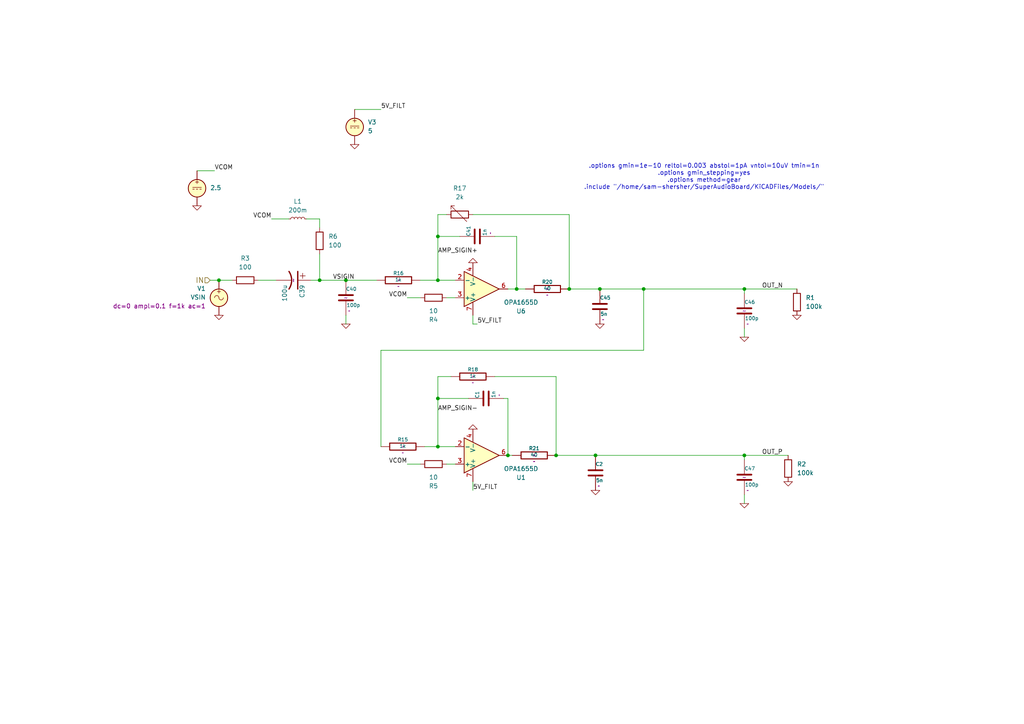
<source format=kicad_sch>
(kicad_sch (version 20250114) (generator "eeschema") (generator_version "9.0")
  (paper "A4")
  (lib_symbols
    (symbol "Amplifier_Operational:OPA1655D" (pin_names (offset 0.127))
      (property "Reference" "U" (at 0 6.35 0))
      (property "Value" "OPA1655D" (at 0 3.81 0))
      (symbol "OPA1655D_0_1"
        (polyline (pts (xy -5.08 5.08) (xy 5.08 0) (xy -5.08 -5.08) (xy -5.08 5.08)) (stroke (width 0.254)) (fill (type background)))
      )
      (symbol "OPA1655D_1_1"
        (pin input line (at -7.62 2.54 0) (length 2.54) (name "+") (number "3"))
        (pin input line (at -7.62 -2.54 0) (length 2.54) (name "-") (number "2"))
        (pin power_in line (at -2.54 7.62 270) (length 3.81) (name "V+") (number "7"))
        (pin no_connect line (at -2.54 2.54 270) (length 2.54) (hide yes) (name "NC") (number "1"))
        (pin power_in line (at -2.54 -7.62 90) (length 3.81) (name "V-") (number "4"))
        (pin no_connect line (at 0 2.54 270) (length 2.54) (hide yes) (name "NC") (number "5"))
        (pin no_connect line (at 0 -2.54 90) (length 2.54) (hide yes) (name "NC") (number "8"))
        (pin output line (at 7.62 0 180) (length 2.54) (name "~") (number "6"))
      )
    )
    (symbol "CP1_16" (pin_numbers (hide yes)) (pin_names (offset 0.254) (hide yes))
      (property "Reference" "C" (at 1.27 2.54 0))
      (property "Value" "CP1" (at 1.27 -2.54 0))
      (symbol "CP1_16_0_0"
        (text "+" (at -1.27 2.54 0) (effects (font (size 2.032 2.032))))
      )
      (symbol "CP1_16_0_1"
        (polyline (pts (xy -2.54 1.27) (xy 2.54 1.27) (xy 1.27 1.27) (xy 1.27 1.27)) (stroke (width 0.381)))
        (arc (start -2.54 -1.27) (mid 0 -0.5009) (end 2.54 -1.27) (stroke (width 0.381)))
      )
      (symbol "CP1_16_1_1"
        (pin passive line (at 0 5.08 270) (length 3.81) (name "~") (number "1"))
        (pin passive line (at 0 -5.08 90) (length 4.572) (name "~") (number "2"))
      )
    )
    (symbol "C_11" (pin_numbers (hide yes)) (pin_names (offset 0.254))
      (property "Reference" "C" (at 0 2.54 0))
      (property "Value" "C" (at 0.1524 -2.159 0))
      (symbol "C_11_0_1"
        (polyline (pts (xy -2.032 0.762) (xy 2.032 0.762)) (stroke (width 0.508)))
        (polyline (pts (xy -2.032 -0.762) (xy 2.032 -0.762)) (stroke (width 0.508)))
      )
      (symbol "C_11_1_1"
        (pin passive line (at 0 5.08 270) (length 4.318) (name "~") (number "1"))
        (pin passive line (at 0 -5.08 90) (length 4.318) (name "~") (number "2"))
      )
    )
    (symbol "C_12" (pin_numbers (hide yes)) (pin_names (offset 0.254))
      (property "Reference" "C" (at 0 2.54 0))
      (property "Value" "C" (at 0.1524 -2.159 0))
      (symbol "C_12_0_1"
        (polyline (pts (xy -2.032 0.762) (xy 2.032 0.762)) (stroke (width 0.508)))
        (polyline (pts (xy -2.032 -0.762) (xy 2.032 -0.762)) (stroke (width 0.508)))
      )
      (symbol "C_12_1_1"
        (pin passive line (at 0 5.08 270) (length 4.318) (name "~") (number "1"))
        (pin passive line (at 0 -5.08 90) (length 4.318) (name "~") (number "2"))
      )
    )
    (symbol "C_15" (pin_numbers (hide yes)) (pin_names (offset 0.254))
      (property "Reference" "C" (at 0 2.54 0))
      (property "Value" "C" (at 0.1524 -2.159 0))
      (symbol "C_15_0_1"
        (polyline (pts (xy -2.032 0.762) (xy 2.032 0.762)) (stroke (width 0.508)))
        (polyline (pts (xy -2.032 -0.762) (xy 2.032 -0.762)) (stroke (width 0.508)))
      )
      (symbol "C_15_1_1"
        (pin passive line (at 0 5.08 270) (length 4.318) (name "~") (number "1"))
        (pin passive line (at 0 -5.08 90) (length 4.318) (name "~") (number "2"))
      )
    )
    (symbol "C_18" (pin_numbers (hide yes)) (pin_names (offset 0.254))
      (property "Reference" "C" (at 0 2.54 0))
      (property "Value" "C" (at 0.1524 -2.159 0))
      (symbol "C_18_0_1"
        (polyline (pts (xy -2.032 0.762) (xy 2.032 0.762)) (stroke (width 0.508)))
        (polyline (pts (xy -2.032 -0.762) (xy 2.032 -0.762)) (stroke (width 0.508)))
      )
      (symbol "C_18_1_1"
        (pin passive line (at 0 5.08 270) (length 4.318) (name "~") (number "1"))
        (pin passive line (at 0 -5.08 90) (length 4.318) (name "~") (number "2"))
      )
    )
    (symbol "C_19" (pin_numbers (hide yes)) (pin_names (offset 0.254))
      (property "Reference" "C" (at 0 2.54 0))
      (property "Value" "C" (at 0.1524 -2.159 0))
      (symbol "C_19_0_1"
        (polyline (pts (xy -2.032 0.762) (xy 2.032 0.762)) (stroke (width 0.508)))
        (polyline (pts (xy -2.032 -0.762) (xy 2.032 -0.762)) (stroke (width 0.508)))
      )
      (symbol "C_19_1_1"
        (pin passive line (at 0 5.08 270) (length 4.318) (name "~") (number "1"))
        (pin passive line (at 0 -5.08 90) (length 4.318) (name "~") (number "2"))
      )
    )
    (symbol "Device:L_Small" (pin_numbers (hide yes)) (pin_names (offset 0.254) (hide yes))
      (property "Reference" "L" (at 0.762 1.016 0))
      (property "Value" "L_Small" (at 0.762 -1.016 0))
      (symbol "L_Small_0_1"
        (arc (start 0 2.032) (mid 0.5058 1.524) (end 0 1.016))
        (arc (start 0 1.016) (mid 0.5058 0.508) (end 0 0))
        (arc (start 0 0) (mid 0.5058 -0.508) (end 0 -1.016))
        (arc (start 0 -1.016) (mid 0.5058 -1.524) (end 0 -2.032))
      )
      (symbol "L_Small_1_1"
        (pin passive line (at 0 2.54 270) (length 0.508) (name "~") (number "1"))
        (pin passive line (at 0 -2.54 90) (length 0.508) (name "~") (number "2"))
      )
    )
    (symbol "Device:R" (pin_numbers (hide yes)) (pin_names (offset 0))
      (property "Reference" "R" (at 2.032 0 90))
      (property "Value" "R" (at 0 0 90))
      (symbol "R_0_1"
        (rectangle (start -1.016 -2.54) (end 1.016 2.54) (stroke (width 0.254)))
      )
      (symbol "R_1_1"
        (pin passive line (at 0 3.81 270) (length 1.27) (name "~") (number "1"))
        (pin passive line (at 0 -3.81 90) (length 1.27) (name "~") (number "2"))
      )
    )
    (symbol "Device:R_Variable" (pin_numbers (hide yes)) (pin_names (offset 0))
      (property "Reference" "R" (at 2.54 -2.54 90))
      (property "Value" "R_Variable" (at -2.54 -1.27 90))
      (symbol "R_Variable_0_1"
        (rectangle (start -1.016 -2.54) (end 1.016 2.54) (stroke (width 0.254)))
        (polyline (pts (xy 2.54 1.524) (xy 2.54 2.54) (xy 1.524 2.54) (xy 2.54 2.54) (xy -2.032 -2.032)))
      )
      (symbol "R_Variable_1_1"
        (pin passive line (at 0 3.81 270) (length 1.27) (name "~") (number "1"))
        (pin passive line (at 0 -3.81 90) (length 1.27) (name "~") (number "2"))
      )
    )
    (symbol "GND_10" (power) (pin_names (offset 0))
      (symbol "GND_10_0_1"
        (polyline (pts (xy -1.27 0) (xy 0 -1.27) (xy 1.27 0) (xy -1.27 0)))
      )
      (symbol "GND_10_1_1"
        (pin power_in line (at 0 0 90) (length 0) (hide yes) (name "GND") (number "1"))
      )
    )
    (symbol "GND_13" (power) (pin_names (offset 0))
      (symbol "GND_13_0_1"
        (polyline (pts (xy -1.27 0) (xy 0 -1.27) (xy 1.27 0) (xy -1.27 0)))
      )
      (symbol "GND_13_1_1"
        (pin power_in line (at 0 0 90) (length 0) (hide yes) (name "GND") (number "1"))
      )
    )
    (symbol "GND_14" (power) (pin_names (offset 0))
      (symbol "GND_14_0_1"
        (polyline (pts (xy -1.27 0) (xy 0 -1.27) (xy 1.27 0) (xy -1.27 0)))
      )
      (symbol "GND_14_1_1"
        (pin power_in line (at 0 0 90) (length 0) (hide yes) (name "GND") (number "1"))
      )
    )
    (symbol "GND_9" (power) (pin_names (offset 0))
      (symbol "GND_9_0_1"
        (polyline (pts (xy -1.27 0) (xy 0 -1.27) (xy 1.27 0) (xy -1.27 0)))
      )
      (symbol "GND_9_1_1"
        (pin power_in line (at 0 0 90) (length 0) (hide yes) (name "GND") (number "1"))
      )
    )
    (symbol "R_11" (pin_numbers (hide yes)) (pin_names (offset 0))
      (property "Reference" "R" (at 2.032 0 90))
      (property "Value" "R" (at 0.1778 0.0254 90))
      (symbol "R_11_0_1"
        (rectangle (start -1.016 3.81) (end 1.016 -3.81) (stroke (width 0.3048)))
      )
      (symbol "R_11_1_1"
        (pin passive line (at 0 6.35 270) (length 2.54) (name "~") (number "1"))
        (pin passive line (at 0 -6.35 90) (length 2.54) (name "~") (number "2"))
      )
    )
    (symbol "R_9" (pin_numbers (hide yes)) (pin_names (offset 0))
      (property "Reference" "R" (at 2.032 0 90))
      (property "Value" "R" (at 0.1778 0.0254 90))
      (symbol "R_9_0_1"
        (rectangle (start -1.016 3.81) (end 1.016 -3.81) (stroke (width 0.3048)))
      )
      (symbol "R_9_1_1"
        (pin passive line (at 0 6.35 270) (length 2.54) (name "~") (number "1"))
        (pin passive line (at 0 -6.35 90) (length 2.54) (name "~") (number "2"))
      )
    )
    (symbol "Simulation_SPICE:VDC" (pin_numbers (hide yes)) (pin_names (offset 0.0254))
      (property "Reference" "V" (at 2.54 2.54 0))
      (property "Value" "1" (at 2.54 0 0))
      (symbol "VDC_0_0"
        (polyline (pts (xy -1.27 0.254) (xy 1.27 0.254)))
        (polyline (pts (xy -0.762 -0.254) (xy -1.27 -0.254)))
        (polyline (pts (xy 0.254 -0.254) (xy -0.254 -0.254)))
        (polyline (pts (xy 1.27 -0.254) (xy 0.762 -0.254)))
        (text "+" (at 0 1.905 0) (effects (font (size 1.27 1.27))))
      )
      (symbol "VDC_0_1"
        (circle (center 0 0) (radius 2.54) (stroke (width 0.254)) (fill (type background)))
      )
      (symbol "VDC_1_1"
        (pin passive line (at 0 5.08 270) (length 2.54) (name "~") (number "1"))
        (pin passive line (at 0 -5.08 90) (length 2.54) (name "~") (number "2"))
      )
    )
    (symbol "Simulation_SPICE:VSIN" (pin_numbers (hide yes)) (pin_names (offset 0.0254))
      (property "Reference" "V" (at 2.54 2.54 0))
      (property "Value" "VSIN" (at 2.54 0 0))
      (property "Sim.Params" "dc=0 ampl=1 f=1k ac=1" (at 2.54 -2.54 0))
      (symbol "VSIN_0_0"
        (arc (start -1.27 0) (mid -0.635 0.6323) (end 0 0))
        (arc (start 1.27 0) (mid 0.635 -0.6323) (end 0 0))
        (text "+" (at 0 1.905 0) (effects (font (size 1.27 1.27))))
      )
      (symbol "VSIN_0_1"
        (circle (center 0 0) (radius 2.54) (stroke (width 0.254)) (fill (type background)))
      )
      (symbol "VSIN_1_1"
        (pin passive line (at 0 5.08 270) (length 2.54) (name "~") (number "1"))
        (pin passive line (at 0 -5.08 90) (length 2.54) (name "~") (number "2"))
      )
    )
  )
  (text ".options gmin=1e-10 reltol=0.003 abstol=1pA vntol=10uV tmin=1n\n.options gmin_stepping=yes\n.options method=gear\n.include \"/home/sam-shersher/SuperAudioBoard/KiCADFiles/Models/\"" (at 204.216 51.308 0) (effects (font (size 1.27 1.27))))
  (junction (at 165.1 83.82))
  (junction (at 127 68.58))
  (junction (at 149.86 83.82))
  (junction (at 127 115.57))
  (junction (at 215.9 83.82))
  (junction (at 127 81.28))
  (junction (at 63.5 81.28))
  (junction (at 92.71 81.28))
  (junction (at 172.72 132.08))
  (junction (at 161.29 132.08))
  (junction (at 215.9 132.08))
  (junction (at 147.32 132.08))
  (junction (at 100.33 81.28))
  (junction (at 173.99 83.82))
  (junction (at 186.69 83.82))
  (junction (at 127 129.54))
  (wire (pts (xy 137.16 62.23) (xy 165.1 62.23)))
  (wire (pts (xy 127 81.28) (xy 132.08 81.28)))
  (wire (pts (xy 146.05 115.57) (xy 147.32 115.57)))
  (wire (pts (xy 161.29 132.08) (xy 172.72 132.08)))
  (wire (pts (xy 127 115.57) (xy 127 129.54)))
  (wire (pts (xy 100.33 81.28) (xy 109.22 81.28)))
  (wire (pts (xy 127 129.54) (xy 132.08 129.54)))
  (wire (pts (xy 127 109.22) (xy 127 115.57)))
  (wire (pts (xy 123.19 129.54) (xy 127 129.54)))
  (wire (pts (xy 88.9 63.5) (xy 92.71 63.5)))
  (wire (pts (xy 90.17 81.28) (xy 92.71 81.28)))
  (wire (pts (xy 133.35 68.58) (xy 127 68.58)))
  (wire (pts (xy 147.32 115.57) (xy 147.32 132.08)))
  (wire (pts (xy 129.54 86.36) (xy 132.08 86.36)))
  (wire (pts (xy 215.9 132.08) (xy 228.6 132.08)))
  (wire (pts (xy 78.74 63.5) (xy 83.82 63.5)))
  (wire (pts (xy 118.11 134.62) (xy 121.92 134.62)))
  (wire (pts (xy 137.16 93.98) (xy 138.43 93.98)))
  (wire (pts (xy 152.4 83.82) (xy 149.86 83.82)))
  (wire (pts (xy 102.87 31.75) (xy 110.49 31.75)))
  (wire (pts (xy 186.69 101.6) (xy 186.69 83.82)))
  (wire (pts (xy 215.9 83.82) (xy 231.14 83.82)))
  (wire (pts (xy 215.9 133.35) (xy 215.9 132.08)))
  (wire (pts (xy 63.5 81.28) (xy 67.31 81.28)))
  (wire (pts (xy 118.11 86.36) (xy 121.92 86.36)))
  (wire (pts (xy 143.51 68.58) (xy 149.86 68.58)))
  (wire (pts (xy 127 109.22) (xy 130.81 109.22)))
  (wire (pts (xy 110.49 101.6) (xy 186.69 101.6)))
  (wire (pts (xy 165.1 83.82) (xy 173.99 83.82)))
  (wire (pts (xy 215.9 143.51) (xy 215.9 146.05)))
  (wire (pts (xy 172.72 132.08) (xy 215.9 132.08)))
  (wire (pts (xy 92.71 81.28) (xy 100.33 81.28)))
  (wire (pts (xy 127 62.23) (xy 129.54 62.23)))
  (wire (pts (xy 215.9 83.82) (xy 215.9 85.09)))
  (wire (pts (xy 215.9 95.25) (xy 215.9 97.79)))
  (wire (pts (xy 100.33 91.44) (xy 100.33 93.98)))
  (wire (pts (xy 127 68.58) (xy 127 81.28)))
  (wire (pts (xy 121.92 81.28) (xy 127 81.28)))
  (wire (pts (xy 110.49 129.54) (xy 110.49 101.6)))
  (wire (pts (xy 129.54 134.62) (xy 132.08 134.62)))
  (wire (pts (xy 149.86 83.82) (xy 147.32 83.82)))
  (wire (pts (xy 161.29 109.22) (xy 161.29 132.08)))
  (wire (pts (xy 92.71 73.66) (xy 92.71 81.28)))
  (wire (pts (xy 137.16 93.98) (xy 137.16 91.44)))
  (wire (pts (xy 186.69 83.82) (xy 215.9 83.82)))
  (wire (pts (xy 143.51 109.22) (xy 161.29 109.22)))
  (wire (pts (xy 173.99 83.82) (xy 186.69 83.82)))
  (wire (pts (xy 57.15 49.53) (xy 62.23 49.53)))
  (wire (pts (xy 92.71 63.5) (xy 92.71 66.04)))
  (wire (pts (xy 74.93 81.28) (xy 80.01 81.28)))
  (wire (pts (xy 165.1 62.23) (xy 165.1 83.82)))
  (wire (pts (xy 127 68.58) (xy 127 62.23)))
  (wire (pts (xy 127 115.57) (xy 135.89 115.57)))
  (wire (pts (xy 60.96 81.28) (xy 63.5 81.28)))
  (wire (pts (xy 149.86 68.58) (xy 149.86 83.82)))
  (wire (pts (xy 147.32 132.08) (xy 148.59 132.08)))
  (wire (pts (xy 137.16 142.24) (xy 137.16 139.7)))
  (label "AMP_SIGIN-" (at 127 119.38 0))
  (label "AMP_SIGIN+" (at 127 73.66 0))
  (label "VSIGIN" (at 96.52 81.28 0))
  (label "5V_FILT" (at 137.16 142.24 0))
  (label "VCOM" (at 118.11 86.36 180))
  (label "OUT_P" (at 220.98 132.08 0))
  (label "VCOM" (at 62.23 49.53 0))
  (label "5V_FILT" (at 138.43 93.98 0))
  (label "5V_FILT" (at 110.49 31.75 0))
  (label "VCOM" (at 78.74 63.5 180))
  (label "VCOM" (at 118.11 134.62 180))
  (label "OUT_N" (at 220.98 83.82 0))
  (hierarchical_label "IN" (shape input) (at 60.96 81.28 180) (effects (font (size 1.524 1.524))))
  (symbol (lib_id "Device:R") (at 125.73 134.62 90) (mirror x) (unit 1)
    (property "Reference" "R5" (at 125.73 140.97 90))
    (property "Value" "10" (at 125.73 138.43 90))
    (property "Description" "Resistor" (effects (hide yes)))
  )
  (symbol (lib_id "Device:R") (at 228.6 135.89 0) (unit 1)
    (property "Reference" "R2" (at 231.14 134.6199 0) (effects (justify left)))
    (property "Value" "100k" (at 231.14 137.1599 0) (effects (justify left)))
    (property "Description" "Resistor" (effects (hide yes)))
  )
  (symbol (lib_name "C_11") (lib_id "SuperAudioBoard-rescue:C") (at 172.72 137.16 0) (unit 1)
    (property "Reference" "C2" (at 172.72 134.62 0) (effects (font (size 1.016 1.016)) (justify left)))
    (property "Value" "5n" (at 172.8724 139.319 0) (effects (font (size 1.016 1.016)) (justify left)))
    (property "Footprint" "~" (at 173.6852 140.97 0) (effects (font (size 0.762 0.762))))
    (property "MFG 1 Name" "Murata" (effects (hide yes)))
    (property "MFG1 PN" "GRM2165C1H272JA01D" (effects (hide yes)))
    (property "MFG 2 Name" "TDK" (effects (hide yes)))
    (property "MFG 2 PN" "C2012NP01H272J060AA" (effects (hide yes)))
  )
  (symbol (lib_name "R_11") (lib_id "SuperAudioBoard-rescue:R") (at 158.75 83.82 90) (unit 1)
    (property "Reference" "R20" (at 158.75 81.788 90) (effects (font (size 1.016 1.016))))
    (property "Value" "40" (at 158.7246 83.6422 90) (effects (font (size 1.016 1.016))))
    (property "Footprint" "~" (at 158.75 85.598 90) (effects (font (size 0.762 0.762))))
    (property "Datasheet" "~" (at 158.75 83.82 0) (effects (font (size 0.762 0.762))))
    (property "MFG 1 Name" "Susumu" (effects (hide yes)))
    (property "MFG1 PN" "RR1220Q-40R2-D-M" (effects (hide yes)))
    (property "MFG 2 Name" "TE Connectivity" (effects (hide yes)))
    (property "MFG 2 PN" "8-1625868-5" (effects (hide yes)))
  )
  (symbol (lib_name "C_18") (lib_id "SuperAudioBoard-rescue:C") (at 138.43 68.58 90) (unit 1)
    (property "Reference" "C41" (at 135.89 68.58 0) (effects (font (size 1.016 1.016)) (justify left)))
    (property "Value" "1n" (at 140.589 68.4276 0) (effects (font (size 1.016 1.016)) (justify left)))
    (property "Footprint" "~" (at 142.24 67.6148 0) (effects (font (size 0.762 0.762))))
    (property "MFG 1 Name" "Murata" (effects (hide yes)))
    (property "MFG1 PN" "GRM2165C1H102FA01D" (effects (hide yes)))
    (property "MFG 2 Name" "Kemet" (effects (hide yes)))
    (property "MFG 2 PN" "C0805C102F5GACTU" (effects (hide yes)))
    (property "MFG 3 Name" "AVX" (effects (hide yes)))
    (property "MFG 3 PN" "08055A102FAT2A" (effects (hide yes)))
  )
  (symbol (lib_name "C_12") (lib_id "SuperAudioBoard-rescue:C") (at 215.9 90.17 0) (unit 1)
    (property "Reference" "C46" (at 215.9 87.63 0) (effects (font (size 1.016 1.016)) (justify left)))
    (property "Value" "100p" (at 216.0524 92.329 0) (effects (font (size 1.016 1.016)) (justify left)))
    (property "Footprint" "~" (at 216.8652 93.98 0) (effects (font (size 0.762 0.762))))
    (property "Datasheet" "~" (at 215.9 90.17 0) (effects (font (size 1.524 1.524))))
    (property "MFG 1 Name" "Murata" (effects (hide yes)))
    (property "MFG1 PN" "GRM1885C1H101JA01D" (effects (hide yes)))
    (property "MFG 2 Name" "TDK" (effects (hide yes)))
    (property "MFG 2 PN" "C1608C0G1H101J080AA" (effects (hide yes)))
    (property "MFG 3 Name" "Kemet" (effects (hide yes)))
    (property "MFG 3 PN" "C0603C101J5GACTU" (effects (hide yes)))
  )
  (symbol (lib_name "GND_14") (lib_id "SuperAudioBoard-rescue:GND") (at 137.16 76.2 180) (unit 1)
    (property "Reference" "#PWR04" (effects (hide yes)))
    (property "Value" "GND" (effects (hide yes)))
  )
  (symbol (lib_id "Amplifier_Operational:OPA1655D") (at 139.7 83.82 0) (mirror x) (unit 1)
    (property "Reference" "U6" (at 151.13 90.2402 0))
    (property "Value" "OPA1655D" (at 151.13 87.7002 0))
    (property "Footprint" "Package_SO:SOIC-8_3.9x4.9mm_P1.27mm" (effects (hide yes)))
    (property "Datasheet" "https://www.ti.com/lit/ds/symlink/opa1655.pdf" (effects (hide yes)))
    (property "Description" "Single Ultra-Low-Noise, Low-Distortion, FET-Input, Burr-Brown Audio Operational Amplifiers, SOIC-8" (effects (hide yes)))
    (property "Sim.Library" "/home/sam-shersher/SuperAudioBoard/KiCADFiles/Board/Models/OPA1655.LIB" (effects (hide yes)))
    (property "Sim.Name" "OPA1655" (effects (hide yes)))
    (property "Sim.Device" "SUBCKT" (effects (hide yes)))
    (property "Sim.Pins" "2=IN- 3=IN+ 7=VCC 6=OUT 4=VEE" (effects (hide yes)))
  )
  (symbol (lib_name "R_11") (lib_id "SuperAudioBoard-rescue:R") (at 154.94 132.08 90) (unit 1)
    (property "Reference" "R21" (at 154.94 130.048 90) (effects (font (size 1.016 1.016))))
    (property "Value" "40" (at 154.9146 131.9022 90) (effects (font (size 1.016 1.016))))
    (property "Footprint" "~" (at 154.94 133.858 90) (effects (font (size 0.762 0.762))))
    (property "Datasheet" "~" (at 154.94 132.08 0) (effects (font (size 0.762 0.762))))
    (property "MFG 1 Name" "Susumu" (effects (hide yes)))
    (property "MFG1 PN" "RR1220Q-40R2-D-M" (effects (hide yes)))
    (property "MFG 2 Name" "TE Connectivity" (effects (hide yes)))
    (property "MFG 2 PN" "8-1625868-5" (effects (hide yes)))
  )
  (symbol (lib_id "Device:R") (at 231.14 87.63 0) (unit 1)
    (property "Reference" "R1" (at 233.68 86.3599 0) (effects (justify left)))
    (property "Value" "100k" (at 233.68 88.8999 0) (effects (justify left)))
    (property "Description" "Resistor" (effects (hide yes)))
  )
  (symbol (lib_id "Amplifier_Operational:OPA1655D") (at 139.7 132.08 0) (mirror x) (unit 1)
    (property "Reference" "U1" (at 151.13 138.5002 0))
    (property "Value" "OPA1655D" (at 151.13 135.9602 0))
    (property "Footprint" "Package_SO:SOIC-8_3.9x4.9mm_P1.27mm" (effects (hide yes)))
    (property "Datasheet" "https://www.ti.com/lit/ds/symlink/opa1655.pdf" (effects (hide yes)))
    (property "Description" "Single Ultra-Low-Noise, Low-Distortion, FET-Input, Burr-Brown Audio Operational Amplifiers, SOIC-8" (effects (hide yes)))
    (property "Sim.Library" "/home/sam-shersher/SuperAudioBoard/KiCADFiles/Board/Models/OPA1655.LIB" (effects (hide yes)))
    (property "Sim.Name" "OPA1655" (effects (hide yes)))
    (property "Sim.Device" "SUBCKT" (effects (hide yes)))
    (property "Sim.Pins" "2=IN- 3=IN+ 7=VCC 6=OUT 4=VEE" (effects (hide yes)))
  )
  (symbol (lib_id "Device:R") (at 125.73 86.36 90) (mirror x) (unit 1)
    (property "Reference" "R4" (at 125.73 92.71 90))
    (property "Value" "10" (at 125.73 90.17 90))
    (property "Description" "Resistor" (effects (hide yes)))
  )
  (symbol (lib_id "Simulation_SPICE:VDC") (at 102.87 36.83 0) (unit 1)
    (property "Reference" "V3" (at 106.68 35.4301 0) (effects (justify left)))
    (property "Value" "5" (at 106.68 37.9701 0) (effects (justify left)))
    (property "Datasheet" "https://ngspice.sourceforge.io/docs/ngspice-html-manual/manual.xhtml#sec_Independent_Sources_for" (effects (hide yes)))
    (property "Description" "Voltage source, DC" (effects (hide yes)))
    (property "Sim.Pins" "1=+ 2=-" (effects (hide yes)))
    (property "Sim.Type" "DC" (effects (hide yes)))
    (property "Sim.Device" "V" (effects (hide yes)))
  )
  (symbol (lib_name "GND_14") (lib_id "SuperAudioBoard-rescue:GND") (at 102.87 41.91 0) (unit 1)
    (property "Reference" "#PWR042" (effects (hide yes)))
    (property "Value" "GND" (effects (hide yes)))
  )
  (symbol (lib_name "C_11") (lib_id "SuperAudioBoard-rescue:C") (at 173.99 88.9 0) (unit 1)
    (property "Reference" "C45" (at 173.99 86.36 0) (effects (font (size 1.016 1.016)) (justify left)))
    (property "Value" "5n" (at 174.1424 91.059 0) (effects (font (size 1.016 1.016)) (justify left)))
    (property "Footprint" "~" (at 174.9552 92.71 0) (effects (font (size 0.762 0.762))))
    (property "MFG 1 Name" "Murata" (effects (hide yes)))
    (property "MFG1 PN" "GRM2165C1H272JA01D" (effects (hide yes)))
    (property "MFG 2 Name" "TDK" (effects (hide yes)))
    (property "MFG 2 PN" "C2012NP01H272J060AA" (effects (hide yes)))
  )
  (symbol (lib_name "GND_9") (lib_id "SuperAudioBoard-rescue:GND") (at 215.9 146.05 0) (unit 1)
    (property "Reference" "#PWR050" (effects (hide yes)))
    (property "Value" "GND" (effects (hide yes)))
  )
  (symbol (lib_name "GND_10") (lib_id "SuperAudioBoard-rescue:GND") (at 228.6 139.7 0) (unit 1)
    (property "Reference" "#PWR02" (effects (hide yes)))
    (property "Value" "GND" (effects (hide yes)))
  )
  (symbol (lib_name "GND_13") (lib_id "SuperAudioBoard-rescue:GND") (at 63.5 91.44 0) (unit 1)
    (property "Reference" "#PWR039" (effects (hide yes)))
    (property "Value" "GND" (effects (hide yes)))
  )
  (symbol (lib_name "GND_13") (lib_id "SuperAudioBoard-rescue:GND") (at 100.33 93.98 0) (unit 1)
    (property "Reference" "#PWR043" (effects (hide yes)))
    (property "Value" "GND" (effects (hide yes)))
  )
  (symbol (lib_name "C_15") (lib_id "SuperAudioBoard-rescue:C") (at 100.33 86.36 0) (unit 1)
    (property "Reference" "C40" (at 100.33 83.82 0) (effects (font (size 1.016 1.016)) (justify left)))
    (property "Value" "100p" (at 100.4824 88.519 0) (effects (font (size 1.016 1.016)) (justify left)))
    (property "Footprint" "~" (at 101.2952 90.17 0) (effects (font (size 0.762 0.762))))
    (property "Datasheet" "~" (at 100.33 86.36 0) (effects (font (size 1.524 1.524))))
    (property "MFG 1 Name" "Murata" (effects (hide yes)))
    (property "MFG1 PN" "GRM1885C1H101JA01D" (effects (hide yes)))
    (property "MFG 2 Name" "TDK" (effects (hide yes)))
    (property "MFG 2 PN" "C1608C0G1H101J080AA" (effects (hide yes)))
    (property "MFG 3 Name" "Kemet" (effects (hide yes)))
    (property "MFG 3 PN" "C0603C101J5GACTU" (effects (hide yes)))
  )
  (symbol (lib_name "R_9") (lib_id "SuperAudioBoard-rescue:R") (at 137.16 109.22 90) (unit 1)
    (property "Reference" "R18" (at 137.16 107.188 90) (effects (font (size 1.016 1.016))))
    (property "Value" "1k" (at 137.1346 109.0422 90) (effects (font (size 1.016 1.016))))
    (property "Footprint" "~" (at 137.16 110.998 90) (effects (font (size 0.762 0.762))))
    (property "Datasheet" "~" (at 137.16 109.22 0) (effects (font (size 0.762 0.762))))
    (property "MFG 1 Name" "Susumu" (effects (hide yes)))
    (property "MFG1 PN" "RG2012P-102-B-T5" (effects (hide yes)))
    (property "MFG 2 Name" "Vishay Dale" (effects (hide yes)))
    (property "MFG 2 PN" "TNPW08051K00BEEA" (effects (hide yes)))
  )
  (symbol (lib_id "Device:R_Variable") (at 133.35 62.23 90) (unit 1)
    (property "Reference" "R17" (at 133.35 54.61 90))
    (property "Value" "2k" (at 133.35 57.15 90))
    (property "Description" "Variable resistor" (effects (hide yes)))
  )
  (symbol (lib_name "GND_14") (lib_id "SuperAudioBoard-rescue:GND") (at 137.16 124.46 180) (unit 1)
    (property "Reference" "#PWR05" (effects (hide yes)))
    (property "Value" "GND" (effects (hide yes)))
  )
  (symbol (lib_id "Simulation_SPICE:VDC") (at 57.15 54.61 0) (unit 1)
    (property "Reference" "V2" (effects (hide yes)))
    (property "Value" "2.5" (at 60.96 54.4801 0) (effects (justify left)))
    (property "Datasheet" "https://ngspice.sourceforge.io/docs/ngspice-html-manual/manual.xhtml#sec_Independent_Sources_for" (effects (hide yes)))
    (property "Description" "Voltage source, DC" (effects (hide yes)))
    (property "Sim.Pins" "1=+ 2=-" (effects (hide yes)))
    (property "Sim.Type" "DC" (effects (hide yes)))
    (property "Sim.Device" "V" (effects (hide yes)))
  )
  (symbol (lib_id "Device:L_Small") (at 86.36 63.5 90) (unit 1)
    (property "Reference" "L1" (at 86.36 58.42 90))
    (property "Value" "200m" (at 86.36 60.96 90))
    (property "Description" "Inductor, small symbol" (effects (hide yes)))
  )
  (symbol (lib_name "GND_10") (lib_id "SuperAudioBoard-rescue:GND") (at 231.14 91.44 0) (unit 1)
    (property "Reference" "#PWR01" (effects (hide yes)))
    (property "Value" "GND" (effects (hide yes)))
  )
  (symbol (lib_name "GND_10") (lib_id "SuperAudioBoard-rescue:GND") (at 215.9 97.79 0) (unit 1)
    (property "Reference" "#PWR049" (effects (hide yes)))
    (property "Value" "GND" (effects (hide yes)))
  )
  (symbol (lib_name "GND_14") (lib_id "SuperAudioBoard-rescue:GND") (at 57.15 59.69 0) (unit 1)
    (property "Reference" "#PWR03" (effects (hide yes)))
    (property "Value" "GND" (effects (hide yes)))
  )
  (symbol (lib_name "GND_10") (lib_id "SuperAudioBoard-rescue:GND") (at 173.99 93.98 0) (unit 1)
    (property "Reference" "#PWR08" (effects (hide yes)))
    (property "Value" "GND" (effects (hide yes)))
  )
  (symbol (lib_id "Simulation_SPICE:VSIN") (at 63.5 86.36 0) (unit 1)
    (property "Reference" "V1" (at 59.69 83.6901 0) (effects (justify right)))
    (property "Value" "VSIN" (at 59.69 86.2301 0) (effects (justify right)))
    (property "Datasheet" "https://ngspice.sourceforge.io/docs/ngspice-html-manual/manual.xhtml#sec_Independent_Sources_for" (effects (hide yes)))
    (property "Description" "Voltage source, sinusoidal" (effects (hide yes)))
    (property "Sim.Pins" "1=+ 2=-" (effects (hide yes)))
    (property "Sim.Params" "dc=0 ampl=0.1 f=1k ac=1" (at 59.69 88.7701 0) (effects (justify right)))
    (property "Sim.Type" "SIN" (effects (hide yes)))
    (property "Sim.Device" "V" (effects (hide yes)))
  )
  (symbol (lib_name "R_9") (lib_id "SuperAudioBoard-rescue:R") (at 116.84 129.54 90) (unit 1)
    (property "Reference" "R15" (at 116.84 127.508 90) (effects (font (size 1.016 1.016))))
    (property "Value" "1k" (at 116.8146 129.3622 90) (effects (font (size 1.016 1.016))))
    (property "Footprint" "~" (at 116.84 131.318 90) (effects (font (size 0.762 0.762))))
    (property "Datasheet" "~" (at 116.84 129.54 0) (effects (font (size 0.762 0.762))))
    (property "MFG 1 Name" "Susumu" (effects (hide yes)))
    (property "MFG1 PN" "RG2012P-102-B-T5" (effects (hide yes)))
    (property "MFG 2 Name" "Vishay Dale" (effects (hide yes)))
    (property "MFG 2 PN" "TNPW08051K00BEEA" (effects (hide yes)))
  )
  (symbol (lib_name "C_18") (lib_id "SuperAudioBoard-rescue:C") (at 140.97 115.57 90) (unit 1)
    (property "Reference" "C1" (at 138.43 115.57 0) (effects (font (size 1.016 1.016)) (justify left)))
    (property "Value" "1n" (at 143.129 115.4176 0) (effects (font (size 1.016 1.016)) (justify left)))
    (property "Footprint" "~" (at 144.78 114.6048 0) (effects (font (size 0.762 0.762))))
    (property "MFG 1 Name" "Murata" (effects (hide yes)))
    (property "MFG1 PN" "GRM2165C1H102FA01D" (effects (hide yes)))
    (property "MFG 2 Name" "Kemet" (effects (hide yes)))
    (property "MFG 2 PN" "C0805C102F5GACTU" (effects (hide yes)))
    (property "MFG 3 Name" "AVX" (effects (hide yes)))
    (property "MFG 3 PN" "08055A102FAT2A" (effects (hide yes)))
  )
  (symbol (lib_name "GND_10") (lib_id "SuperAudioBoard-rescue:GND") (at 172.72 142.24 0) (unit 1)
    (property "Reference" "#PWR09" (effects (hide yes)))
    (property "Value" "GND" (effects (hide yes)))
  )
  (symbol (lib_id "Device:R") (at 92.71 69.85 0) (unit 1)
    (property "Reference" "R6" (at 95.25 68.5799 0) (effects (justify left)))
    (property "Value" "100" (at 95.25 71.1199 0) (effects (justify left)))
    (property "Description" "Resistor" (effects (hide yes)))
  )
  (symbol (lib_name "C_19") (lib_id "SuperAudioBoard-rescue:C") (at 215.9 138.43 0) (unit 1)
    (property "Reference" "C47" (at 215.9 135.89 0) (effects (font (size 1.016 1.016)) (justify left)))
    (property "Value" "100p" (at 216.0524 140.589 0) (effects (font (size 1.016 1.016)) (justify left)))
    (property "Footprint" "~" (at 216.8652 142.24 0) (effects (font (size 0.762 0.762))))
    (property "Datasheet" "~" (at 215.9 138.43 0) (effects (font (size 1.524 1.524))))
    (property "MFG 1 Name" "Murata" (effects (hide yes)))
    (property "MFG1 PN" "GRM1885C1H101JA01D" (effects (hide yes)))
    (property "MFG 2 Name" "TDK" (effects (hide yes)))
    (property "MFG 2 PN" "C1608C0G1H101J080AA" (effects (hide yes)))
    (property "MFG 3 Name" "Kemet" (effects (hide yes)))
    (property "MFG 3 PN" "C0603C101J5GACTU" (effects (hide yes)))
  )
  (symbol (lib_name "R_9") (lib_id "SuperAudioBoard-rescue:R") (at 115.57 81.28 90) (unit 1)
    (property "Reference" "R16" (at 115.57 79.248 90) (effects (font (size 1.016 1.016))))
    (property "Value" "1k" (at 115.5446 81.1022 90) (effects (font (size 1.016 1.016))))
    (property "Footprint" "~" (at 115.57 83.058 90) (effects (font (size 0.762 0.762))))
    (property "Datasheet" "~" (at 115.57 81.28 0) (effects (font (size 0.762 0.762))))
    (property "MFG 1 Name" "Susumu" (effects (hide yes)))
    (property "MFG1 PN" "RG2012P-102-B-T5" (effects (hide yes)))
    (property "MFG 2 Name" "Vishay Dale" (effects (hide yes)))
    (property "MFG 2 PN" "TNPW08051K00BEEA" (effects (hide yes)))
  )
  (symbol (lib_name "CP1_16") (lib_id "SuperAudioBoard-rescue:CP1") (at 85.09 81.28 270) (unit 1)
    (property "Reference" "C39" (at 87.63 82.55 0) (effects (justify left)))
    (property "Value" "100u" (at 82.55 82.55 0) (effects (justify left)))
    (property "Footprint" "~" (at 85.09 81.28 0) (effects (font (size 1.524 1.524))))
    (property "Datasheet" "~" (at 85.09 81.28 0) (effects (font (size 1.524 1.524))))
    (property "MFG 1 Name" "Nichicon" (effects (hide yes)))
    (property "MFG1 PN" "UFW1V101MED1TD" (effects (hide yes)))
  )
  (symbol (lib_id "Device:R") (at 71.12 81.28 90) (unit 1)
    (property "Reference" "R3" (at 71.12 74.93 90))
    (property "Value" "100" (at 71.12 77.47 90))
    (property "Description" "Resistor" (effects (hide yes)))
  )
)
</source>
